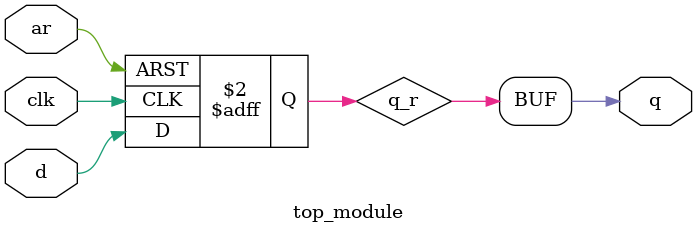
<source format=v>

`default_nettype none

module top_module (
    input   clk,
    input   d, 
    input   ar,
    output  q
);

    reg     q_r;
    always @(posedge clk, posedge ar) begin
        if (ar)
            q_r <= '0;
        else
            q_r <= d;
    end

    assign q = q_r;

endmodule
</source>
